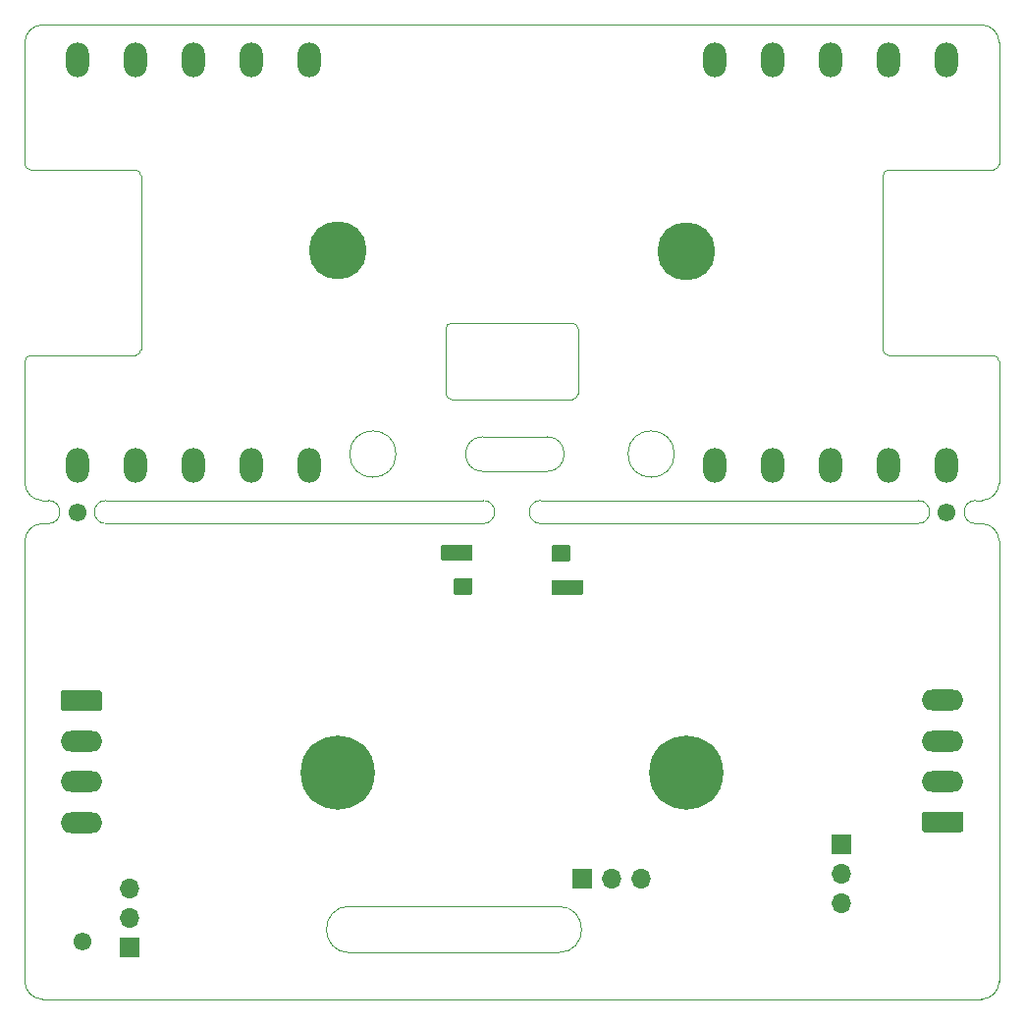
<source format=gbr>
G04 #@! TF.GenerationSoftware,KiCad,Pcbnew,6.0.10+dfsg-1~bpo11+1*
G04 #@! TF.ProjectId,project,70726f6a-6563-4742-9e6b-696361645f70,rev?*
G04 #@! TF.SameCoordinates,Original*
G04 #@! TF.FileFunction,Soldermask,Bot*
G04 #@! TF.FilePolarity,Negative*
%FSLAX46Y46*%
G04 Gerber Fmt 4.6, Leading zero omitted, Abs format (unit mm)*
%MOMM*%
%LPD*%
G01*
G04 APERTURE LIST*
G04 #@! TA.AperFunction,Profile*
%ADD10C,0.100000*%
G04 #@! TD*
G04 #@! TA.AperFunction,Profile*
%ADD11C,0.120000*%
G04 #@! TD*
%ADD12O,2.000000X3.000000*%
%ADD13O,3.600000X1.800000*%
%ADD14C,5.000000*%
%ADD15C,6.400000*%
%ADD16C,0.900000*%
%ADD17C,1.552000*%
%ADD18R,1.700000X1.700000*%
%ADD19O,1.700000X1.700000*%
G04 APERTURE END LIST*
D10*
X208262500Y-111537500D02*
G75*
G03*
X208262500Y-113537500I0J-1000000D01*
G01*
X127762500Y-70537500D02*
G75*
G03*
X126262500Y-72037500I0J-1500000D01*
G01*
X127762500Y-113537500D02*
X128262500Y-113537500D01*
X171262500Y-106037500D02*
X165762500Y-106037500D01*
X172262500Y-150537500D02*
G75*
G03*
X172262500Y-146537500I0J2000000D01*
G01*
X133262500Y-113537500D02*
X165762500Y-113537500D01*
X158262500Y-107537500D02*
G75*
G03*
X158262500Y-107537500I-2000000J0D01*
G01*
X210262500Y-72037500D02*
G75*
G03*
X208762500Y-70537500I-1500000J0D01*
G01*
X126262500Y-99537500D02*
X126262500Y-110037500D01*
X165762500Y-111537500D02*
X133262500Y-111537500D01*
X200262500Y-98537500D02*
X200262500Y-83537500D01*
X208762500Y-154537500D02*
G75*
G03*
X210262500Y-153037500I0J1500000D01*
G01*
X203262500Y-111537500D02*
X170762500Y-111537500D01*
X126262500Y-153037500D02*
X126262500Y-115037500D01*
X200762500Y-83037500D02*
X209762500Y-83037500D01*
X210262500Y-115037500D02*
X210262500Y-153037500D01*
X127762500Y-113537500D02*
G75*
G03*
X126262500Y-115037500I0J-1500000D01*
G01*
X208762500Y-70537500D02*
X127762500Y-70537500D01*
X133262500Y-111537500D02*
G75*
G03*
X133262500Y-113537500I0J-1000000D01*
G01*
X209762500Y-99037500D02*
X200762500Y-99037500D01*
X171262500Y-109037500D02*
G75*
G03*
X171262500Y-106037500I0J1500000D01*
G01*
X135762500Y-99037500D02*
G75*
G03*
X136262500Y-98537500I0J500000D01*
G01*
X182262500Y-107537500D02*
G75*
G03*
X182262500Y-107537500I-2000000J0D01*
G01*
X165762500Y-106037500D02*
G75*
G03*
X165762500Y-109037500I0J-1500000D01*
G01*
X200262500Y-98537500D02*
G75*
G03*
X200762500Y-99037500I500000J0D01*
G01*
X135762500Y-99037500D02*
X126762500Y-99037500D01*
X170762500Y-113537500D02*
X203262500Y-113537500D01*
X126262500Y-110037500D02*
G75*
G03*
X127762500Y-111537500I1500000J0D01*
G01*
X210262500Y-82537500D02*
X210262500Y-72037500D01*
X172262500Y-150537500D02*
X154262500Y-150537500D01*
X126262500Y-82537500D02*
G75*
G03*
X126762500Y-83037500I500000J0D01*
G01*
X208762500Y-111537500D02*
X208262500Y-111537500D01*
X126262500Y-153037500D02*
G75*
G03*
X127762500Y-154537500I1500000J0D01*
G01*
X154262500Y-146537500D02*
X172262500Y-146537500D01*
X165762500Y-113537500D02*
G75*
G03*
X165762500Y-111537500I0J1000000D01*
G01*
X126762500Y-99037500D02*
G75*
G03*
X126262500Y-99537500I0J-500000D01*
G01*
X208262500Y-113537500D02*
X208762500Y-113537500D01*
X200762500Y-83037500D02*
G75*
G03*
X200262500Y-83537500I0J-500000D01*
G01*
X203262500Y-113537500D02*
G75*
G03*
X203262500Y-111537500I0J1000000D01*
G01*
X208762500Y-111537500D02*
G75*
G03*
X210262500Y-110037500I0J1500000D01*
G01*
X136262500Y-83537500D02*
X136262500Y-98537500D01*
X128262500Y-113537500D02*
G75*
G03*
X128262500Y-111537500I0J1000000D01*
G01*
X165762500Y-109037500D02*
X171262500Y-109037500D01*
X170762500Y-111537500D02*
G75*
G03*
X170762500Y-113537500I0J-1000000D01*
G01*
X126262500Y-72037500D02*
X126262500Y-82537500D01*
X154262500Y-146537500D02*
G75*
G03*
X154262500Y-150537500I0J-2000000D01*
G01*
X210262500Y-115037500D02*
G75*
G03*
X208762500Y-113537500I-1500000J0D01*
G01*
X209762500Y-83037500D02*
G75*
G03*
X210262500Y-82537500I0J500000D01*
G01*
X136262500Y-83537500D02*
G75*
G03*
X135762500Y-83037500I-500000J0D01*
G01*
X210262500Y-99537500D02*
X210262500Y-110037500D01*
X127762500Y-111537500D02*
X128262500Y-111537500D01*
X126762500Y-83037500D02*
X135762500Y-83037500D01*
X208762500Y-154537500D02*
X127762500Y-154537500D01*
X210262500Y-99537500D02*
G75*
G03*
X209762500Y-99037500I-500000J0D01*
G01*
D11*
X162562500Y-102337500D02*
X162562500Y-96737500D01*
X173462500Y-102837500D02*
X163062500Y-102837500D01*
X163062500Y-96237500D02*
X173462500Y-96237500D01*
X173962500Y-96737500D02*
X173962500Y-102337500D01*
X163062500Y-96237500D02*
G75*
G03*
X162562500Y-96737500I1J-500001D01*
G01*
X173462500Y-102837500D02*
G75*
G03*
X173962500Y-102337500I0J500000D01*
G01*
X173962500Y-96737500D02*
G75*
G03*
X173462500Y-96237500I-500001J-1D01*
G01*
X162562500Y-102337500D02*
G75*
G03*
X163062500Y-102837500I500000J0D01*
G01*
D12*
X205762500Y-73537500D03*
X185762500Y-73537500D03*
X130762500Y-108537500D03*
X135762500Y-108537500D03*
X150762500Y-108537500D03*
X205762500Y-108537500D03*
X150762500Y-73537500D03*
X200762500Y-73537500D03*
X200762500Y-108537500D03*
X145762500Y-108537500D03*
X190762500Y-73537500D03*
G36*
G01*
X173287500Y-115477500D02*
X173287500Y-116737500D01*
G75*
G02*
X173217500Y-116807500I-70000J0D01*
G01*
X171757500Y-116807500D01*
G75*
G02*
X171687500Y-116737500I0J70000D01*
G01*
X171687500Y-115477500D01*
G75*
G02*
X171757500Y-115407500I70000J0D01*
G01*
X173217500Y-115407500D01*
G75*
G02*
X173287500Y-115477500I0J-70000D01*
G01*
G37*
G36*
G01*
X164862500Y-115452500D02*
X164862500Y-116622500D01*
G75*
G02*
X164797500Y-116687500I-65000J0D01*
G01*
X162227500Y-116687500D01*
G75*
G02*
X162162500Y-116622500I0J65000D01*
G01*
X162162500Y-115452500D01*
G75*
G02*
X162227500Y-115387500I65000J0D01*
G01*
X164797500Y-115387500D01*
G75*
G02*
X164862500Y-115452500I0J-65000D01*
G01*
G37*
G36*
G01*
X174362500Y-118452500D02*
X174362500Y-119622500D01*
G75*
G02*
X174297500Y-119687500I-65000J0D01*
G01*
X171727500Y-119687500D01*
G75*
G02*
X171662500Y-119622500I0J65000D01*
G01*
X171662500Y-118452500D01*
G75*
G02*
X171727500Y-118387500I65000J0D01*
G01*
X174297500Y-118387500D01*
G75*
G02*
X174362500Y-118452500I0J-65000D01*
G01*
G37*
G36*
G01*
X164837500Y-118337500D02*
X164837500Y-119597500D01*
G75*
G02*
X164767500Y-119667500I-70000J0D01*
G01*
X163307500Y-119667500D01*
G75*
G02*
X163237500Y-119597500I0J70000D01*
G01*
X163237500Y-118337500D01*
G75*
G02*
X163307500Y-118267500I70000J0D01*
G01*
X164767500Y-118267500D01*
G75*
G02*
X164837500Y-118337500I0J-70000D01*
G01*
G37*
X185762500Y-108537500D03*
X195762500Y-108537500D03*
G36*
G01*
X206955000Y-140170000D02*
X203855000Y-140170000D01*
G75*
G02*
X203605000Y-139920000I0J250000D01*
G01*
X203605000Y-138620000D01*
G75*
G02*
X203855000Y-138370000I250000J0D01*
G01*
X206955000Y-138370000D01*
G75*
G02*
X207205000Y-138620000I0J-250000D01*
G01*
X207205000Y-139920000D01*
G75*
G02*
X206955000Y-140170000I-250000J0D01*
G01*
G37*
D13*
X205405000Y-135770000D03*
X205405000Y-132270000D03*
X205405000Y-128770000D03*
D14*
X183262500Y-90037500D03*
D12*
X190762500Y-108537500D03*
X135762500Y-73537500D03*
X145762500Y-73537500D03*
D15*
X153262500Y-135037500D03*
D16*
X151565444Y-133340444D03*
X150862500Y-135037500D03*
X153262500Y-132637500D03*
X153262500Y-137437500D03*
X154959556Y-133340444D03*
X154959556Y-136734556D03*
X155662500Y-135037500D03*
X151565444Y-136734556D03*
D12*
X195762500Y-73537500D03*
D17*
X205762500Y-112537500D03*
D16*
X183262500Y-137437500D03*
X181565444Y-133340444D03*
X180862500Y-135037500D03*
X183262500Y-132637500D03*
X185662500Y-135037500D03*
X184959556Y-133340444D03*
X184959556Y-136734556D03*
X181565444Y-136734556D03*
D15*
X183262500Y-135037500D03*
D17*
X130762500Y-112537500D03*
D12*
X130762500Y-73537500D03*
D14*
X153262500Y-90012500D03*
D12*
X140762500Y-73537500D03*
G36*
G01*
X129570000Y-127905000D02*
X132670000Y-127905000D01*
G75*
G02*
X132920000Y-128155000I0J-250000D01*
G01*
X132920000Y-129455000D01*
G75*
G02*
X132670000Y-129705000I-250000J0D01*
G01*
X129570000Y-129705000D01*
G75*
G02*
X129320000Y-129455000I0J250000D01*
G01*
X129320000Y-128155000D01*
G75*
G02*
X129570000Y-127905000I250000J0D01*
G01*
G37*
D13*
X131120000Y-132305000D03*
X131120000Y-135805000D03*
X131120000Y-139305000D03*
D12*
X140762500Y-108537500D03*
D17*
X131262500Y-149537500D03*
D18*
X135292500Y-150082500D03*
D19*
X135292500Y-147542500D03*
X135292500Y-145002500D03*
D18*
X174275000Y-144137500D03*
D19*
X176815000Y-144137500D03*
X179355000Y-144137500D03*
D18*
X196662500Y-141197500D03*
D19*
X196662500Y-143737500D03*
X196662500Y-146277500D03*
M02*

</source>
